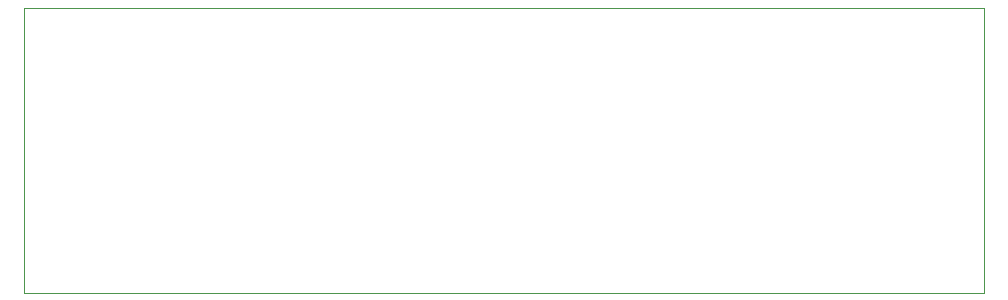
<source format=gbr>
G04 #@! TF.GenerationSoftware,KiCad,Pcbnew,5.1.5+dfsg1-2build2*
G04 #@! TF.CreationDate,2022-10-01T19:43:28+01:00*
G04 #@! TF.ProjectId,zx-memory-16-32,7a782d6d-656d-46f7-9279-2d31362d3332,rev?*
G04 #@! TF.SameCoordinates,Original*
G04 #@! TF.FileFunction,Profile,NP*
%FSLAX46Y46*%
G04 Gerber Fmt 4.6, Leading zero omitted, Abs format (unit mm)*
G04 Created by KiCad (PCBNEW 5.1.5+dfsg1-2build2) date 2022-10-01 19:43:28*
%MOMM*%
%LPD*%
G04 APERTURE LIST*
%ADD10C,0.050000*%
G04 APERTURE END LIST*
D10*
X26670000Y-98425000D02*
X26670000Y-74295000D01*
X107950000Y-98425000D02*
X26670000Y-98425000D01*
X107950000Y-74295000D02*
X107950000Y-98425000D01*
X26670000Y-74295000D02*
X107950000Y-74295000D01*
M02*

</source>
